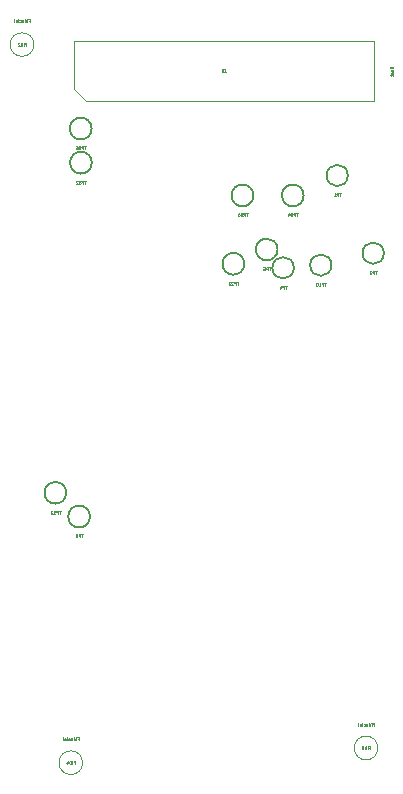
<source format=gbr>
G04 #@! TF.GenerationSoftware,KiCad,Pcbnew,(5.1.10)-1*
G04 #@! TF.CreationDate,2022-01-20T11:02:22+05:30*
G04 #@! TF.ProjectId,P-1000072_Cicada Wi-Fi,502d3130-3030-4303-9732-5f4369636164,0.1*
G04 #@! TF.SameCoordinates,PX7cee6c0PY3dfd240*
G04 #@! TF.FileFunction,Other,Fab,Bot*
%FSLAX46Y46*%
G04 Gerber Fmt 4.6, Leading zero omitted, Abs format (unit mm)*
G04 Created by KiCad (PCBNEW (5.1.10)-1) date 2022-01-20 11:02:22*
%MOMM*%
%LPD*%
G01*
G04 APERTURE LIST*
%ADD10C,0.150000*%
%ADD11C,0.100000*%
%ADD12C,0.062500*%
G04 APERTURE END LIST*
D10*
X-11339999Y-37750000D02*
G75*
G03*
X-11339999Y-37750000I-923093J0D01*
G01*
X-13354522Y-35740000D02*
G75*
G03*
X-13354522Y-35740000I-915478J0D01*
G01*
X13544710Y-15450000D02*
G75*
G03*
X13544710Y-15450000I-904710J0D01*
G01*
X9100193Y-16460000D02*
G75*
G03*
X9100193Y-16460000I-905097J0D01*
G01*
X5920494Y-16690000D02*
G75*
G03*
X5920494Y-16690000I-910494J0D01*
G01*
X4536079Y-15130000D02*
G75*
G03*
X4536079Y-15130000I-916079J0D01*
G01*
X1720054Y-16350000D02*
G75*
G03*
X1720054Y-16350000I-920054J0D01*
G01*
X10494434Y-8870000D02*
G75*
G03*
X10494434Y-8870000I-904434J0D01*
G01*
X6752009Y-10560000D02*
G75*
G03*
X6752009Y-10560000I-922009J0D01*
G01*
X2486788Y-10560000D02*
G75*
G03*
X2486788Y-10560000I-916788J0D01*
G01*
X-11189946Y-7790000D02*
G75*
G03*
X-11189946Y-7790000I-920054J0D01*
G01*
X-11208859Y-4900000D02*
G75*
G03*
X-11208859Y-4900000I-921141J0D01*
G01*
D11*
X-12674600Y2514600D02*
X-12674600Y-1565400D01*
X-12674600Y-1565400D02*
X-11674600Y-2565400D01*
X-11674600Y-2565400D02*
X12725400Y-2565400D01*
X12725400Y-2565400D02*
X12725400Y2514600D01*
X12725400Y2514600D02*
X-12674600Y2514600D01*
X13031980Y-57343040D02*
G75*
G03*
X13031980Y-57343040I-1000000J0D01*
G01*
X-11964160Y-58587640D02*
G75*
G03*
X-11964160Y-58587640I-1000000J0D01*
G01*
X-16096740Y2212340D02*
G75*
G03*
X-16096740Y2212340I-1000000J0D01*
G01*
D12*
X8638723Y-17967215D02*
X8495866Y-17967215D01*
X8567295Y-18217215D02*
X8567295Y-17967215D01*
X8412533Y-18217215D02*
X8412533Y-17967215D01*
X8317295Y-17967215D01*
X8293485Y-17979120D01*
X8281580Y-17991024D01*
X8269676Y-18014834D01*
X8269676Y-18050548D01*
X8281580Y-18074358D01*
X8293485Y-18086262D01*
X8317295Y-18098167D01*
X8412533Y-18098167D01*
X8031580Y-18217215D02*
X8174438Y-18217215D01*
X8103009Y-18217215D02*
X8103009Y-17967215D01*
X8126819Y-18002929D01*
X8150628Y-18026739D01*
X8174438Y-18038643D01*
X7876819Y-17967215D02*
X7853009Y-17967215D01*
X7829200Y-17979120D01*
X7817295Y-17991024D01*
X7805390Y-18014834D01*
X7793485Y-18062453D01*
X7793485Y-18121977D01*
X7805390Y-18169596D01*
X7817295Y-18193405D01*
X7829200Y-18205310D01*
X7853009Y-18217215D01*
X7876819Y-18217215D01*
X7900628Y-18205310D01*
X7912533Y-18193405D01*
X7924438Y-18169596D01*
X7936342Y-18121977D01*
X7936342Y-18062453D01*
X7924438Y-18014834D01*
X7912533Y-17991024D01*
X7900628Y-17979120D01*
X7876819Y-17967215D01*
D11*
D12*
X14338495Y331743D02*
X14088495Y331743D01*
X14207542Y331743D02*
X14207542Y188886D01*
X14338495Y188886D02*
X14088495Y188886D01*
X14338495Y34124D02*
X14326590Y57934D01*
X14314685Y69839D01*
X14290876Y81743D01*
X14219447Y81743D01*
X14195638Y69839D01*
X14183733Y57934D01*
X14171828Y34124D01*
X14171828Y-1590D01*
X14183733Y-25400D01*
X14195638Y-37304D01*
X14219447Y-49209D01*
X14290876Y-49209D01*
X14314685Y-37304D01*
X14326590Y-25400D01*
X14338495Y-1590D01*
X14338495Y34124D01*
X14326590Y-144447D02*
X14338495Y-168257D01*
X14338495Y-215876D01*
X14326590Y-239685D01*
X14302780Y-251590D01*
X14290876Y-251590D01*
X14267066Y-239685D01*
X14255161Y-215876D01*
X14255161Y-180161D01*
X14243257Y-156352D01*
X14219447Y-144447D01*
X14207542Y-144447D01*
X14183733Y-156352D01*
X14171828Y-180161D01*
X14171828Y-215876D01*
X14183733Y-239685D01*
X14171828Y-323019D02*
X14171828Y-418257D01*
X14088495Y-358733D02*
X14302780Y-358733D01*
X14326590Y-370638D01*
X14338495Y-394447D01*
X14338495Y-418257D01*
D11*
D12*
X108733Y111505D02*
X108733Y-67066D01*
X120638Y-102780D01*
X144447Y-126590D01*
X180161Y-138495D01*
X203971Y-138495D01*
X13495Y111505D02*
X-141267Y111505D01*
X-57934Y16267D01*
X-93648Y16267D01*
X-117458Y4362D01*
X-129362Y-7542D01*
X-141267Y-31352D01*
X-141267Y-90876D01*
X-129362Y-114685D01*
X-117458Y-126590D01*
X-93648Y-138495D01*
X-22220Y-138495D01*
X1590Y-126590D01*
X13495Y-114685D01*
D11*
D12*
X5324356Y-18200895D02*
X5181499Y-18200895D01*
X5252927Y-18450895D02*
X5252927Y-18200895D01*
X5098165Y-18450895D02*
X5098165Y-18200895D01*
X5002927Y-18200895D01*
X4979118Y-18212800D01*
X4967213Y-18224704D01*
X4955308Y-18248514D01*
X4955308Y-18284228D01*
X4967213Y-18308038D01*
X4979118Y-18319942D01*
X5002927Y-18331847D01*
X5098165Y-18331847D01*
X4741022Y-18284228D02*
X4741022Y-18450895D01*
X4800546Y-18188990D02*
X4860070Y-18367561D01*
X4705308Y-18367561D01*
D11*
D12*
X3937516Y-16651495D02*
X3794659Y-16651495D01*
X3866087Y-16901495D02*
X3866087Y-16651495D01*
X3711325Y-16901495D02*
X3711325Y-16651495D01*
X3616087Y-16651495D01*
X3592278Y-16663400D01*
X3580373Y-16675304D01*
X3568468Y-16699114D01*
X3568468Y-16734828D01*
X3580373Y-16758638D01*
X3592278Y-16770542D01*
X3616087Y-16782447D01*
X3711325Y-16782447D01*
X3342278Y-16651495D02*
X3461325Y-16651495D01*
X3473230Y-16770542D01*
X3461325Y-16758638D01*
X3437516Y-16746733D01*
X3377992Y-16746733D01*
X3354182Y-16758638D01*
X3342278Y-16770542D01*
X3330373Y-16794352D01*
X3330373Y-16853876D01*
X3342278Y-16877685D01*
X3354182Y-16889590D01*
X3377992Y-16901495D01*
X3437516Y-16901495D01*
X3461325Y-16889590D01*
X3473230Y-16877685D01*
D11*
D12*
X-11940024Y-39267655D02*
X-12082881Y-39267655D01*
X-12011453Y-39517655D02*
X-12011453Y-39267655D01*
X-12166215Y-39517655D02*
X-12166215Y-39267655D01*
X-12261453Y-39267655D01*
X-12285262Y-39279560D01*
X-12297167Y-39291464D01*
X-12309072Y-39315274D01*
X-12309072Y-39350988D01*
X-12297167Y-39374798D01*
X-12285262Y-39386702D01*
X-12261453Y-39398607D01*
X-12166215Y-39398607D01*
X-12451929Y-39374798D02*
X-12428120Y-39362893D01*
X-12416215Y-39350988D01*
X-12404310Y-39327179D01*
X-12404310Y-39315274D01*
X-12416215Y-39291464D01*
X-12428120Y-39279560D01*
X-12451929Y-39267655D01*
X-12499548Y-39267655D01*
X-12523358Y-39279560D01*
X-12535262Y-39291464D01*
X-12547167Y-39315274D01*
X-12547167Y-39327179D01*
X-12535262Y-39350988D01*
X-12523358Y-39362893D01*
X-12499548Y-39374798D01*
X-12451929Y-39374798D01*
X-12428120Y-39386702D01*
X-12416215Y-39398607D01*
X-12404310Y-39422417D01*
X-12404310Y-39470036D01*
X-12416215Y-39493845D01*
X-12428120Y-39505750D01*
X-12451929Y-39517655D01*
X-12499548Y-39517655D01*
X-12523358Y-39505750D01*
X-12535262Y-39493845D01*
X-12547167Y-39470036D01*
X-12547167Y-39422417D01*
X-12535262Y-39398607D01*
X-12523358Y-39386702D01*
X-12499548Y-39374798D01*
D11*
D12*
X1232083Y-17860535D02*
X1089226Y-17860535D01*
X1160655Y-18110535D02*
X1160655Y-17860535D01*
X1005893Y-18110535D02*
X1005893Y-17860535D01*
X910655Y-17860535D01*
X886845Y-17872440D01*
X874940Y-17884344D01*
X863036Y-17908154D01*
X863036Y-17943868D01*
X874940Y-17967678D01*
X886845Y-17979582D01*
X910655Y-17991487D01*
X1005893Y-17991487D01*
X767798Y-17884344D02*
X755893Y-17872440D01*
X732083Y-17860535D01*
X672560Y-17860535D01*
X648750Y-17872440D01*
X636845Y-17884344D01*
X624940Y-17908154D01*
X624940Y-17931963D01*
X636845Y-17967678D01*
X779702Y-18110535D01*
X624940Y-18110535D01*
X541607Y-17860535D02*
X386845Y-17860535D01*
X470179Y-17955773D01*
X434464Y-17955773D01*
X410655Y-17967678D01*
X398750Y-17979582D01*
X386845Y-18003392D01*
X386845Y-18062916D01*
X398750Y-18086725D01*
X410655Y-18098630D01*
X434464Y-18110535D01*
X505893Y-18110535D01*
X529702Y-18098630D01*
X541607Y-18086725D01*
D11*
D12*
X-13835197Y-37258515D02*
X-13978054Y-37258515D01*
X-13906625Y-37508515D02*
X-13906625Y-37258515D01*
X-14061387Y-37508515D02*
X-14061387Y-37258515D01*
X-14156625Y-37258515D01*
X-14180435Y-37270420D01*
X-14192340Y-37282324D01*
X-14204244Y-37306134D01*
X-14204244Y-37341848D01*
X-14192340Y-37365658D01*
X-14180435Y-37377562D01*
X-14156625Y-37389467D01*
X-14061387Y-37389467D01*
X-14442340Y-37508515D02*
X-14299482Y-37508515D01*
X-14370911Y-37508515D02*
X-14370911Y-37258515D01*
X-14347101Y-37294229D01*
X-14323292Y-37318039D01*
X-14299482Y-37329943D01*
X-14537578Y-37282324D02*
X-14549482Y-37270420D01*
X-14573292Y-37258515D01*
X-14632816Y-37258515D01*
X-14656625Y-37270420D01*
X-14668530Y-37282324D01*
X-14680435Y-37306134D01*
X-14680435Y-37329943D01*
X-14668530Y-37365658D01*
X-14525673Y-37508515D01*
X-14680435Y-37508515D01*
D11*
D12*
X6254523Y-12083095D02*
X6111666Y-12083095D01*
X6183095Y-12333095D02*
X6183095Y-12083095D01*
X6028333Y-12333095D02*
X6028333Y-12083095D01*
X5933095Y-12083095D01*
X5909285Y-12095000D01*
X5897380Y-12106904D01*
X5885476Y-12130714D01*
X5885476Y-12166428D01*
X5897380Y-12190238D01*
X5909285Y-12202142D01*
X5933095Y-12214047D01*
X6028333Y-12214047D01*
X5802142Y-12083095D02*
X5647380Y-12083095D01*
X5730714Y-12178333D01*
X5695000Y-12178333D01*
X5671190Y-12190238D01*
X5659285Y-12202142D01*
X5647380Y-12225952D01*
X5647380Y-12285476D01*
X5659285Y-12309285D01*
X5671190Y-12321190D01*
X5695000Y-12333095D01*
X5766428Y-12333095D01*
X5790238Y-12321190D01*
X5802142Y-12309285D01*
X5433095Y-12166428D02*
X5433095Y-12333095D01*
X5492619Y-12071190D02*
X5552142Y-12249761D01*
X5397380Y-12249761D01*
D11*
D12*
X2024523Y-12083095D02*
X1881666Y-12083095D01*
X1953095Y-12333095D02*
X1953095Y-12083095D01*
X1798333Y-12333095D02*
X1798333Y-12083095D01*
X1703095Y-12083095D01*
X1679285Y-12095000D01*
X1667380Y-12106904D01*
X1655476Y-12130714D01*
X1655476Y-12166428D01*
X1667380Y-12190238D01*
X1679285Y-12202142D01*
X1703095Y-12214047D01*
X1798333Y-12214047D01*
X1572142Y-12083095D02*
X1417380Y-12083095D01*
X1500714Y-12178333D01*
X1465000Y-12178333D01*
X1441190Y-12190238D01*
X1429285Y-12202142D01*
X1417380Y-12225952D01*
X1417380Y-12285476D01*
X1429285Y-12309285D01*
X1441190Y-12321190D01*
X1465000Y-12333095D01*
X1536428Y-12333095D01*
X1560238Y-12321190D01*
X1572142Y-12309285D01*
X1262619Y-12083095D02*
X1238809Y-12083095D01*
X1215000Y-12095000D01*
X1203095Y-12106904D01*
X1191190Y-12130714D01*
X1179285Y-12178333D01*
X1179285Y-12237857D01*
X1191190Y-12285476D01*
X1203095Y-12309285D01*
X1215000Y-12321190D01*
X1238809Y-12333095D01*
X1262619Y-12333095D01*
X1286428Y-12321190D01*
X1298333Y-12309285D01*
X1310238Y-12285476D01*
X1322142Y-12237857D01*
X1322142Y-12178333D01*
X1310238Y-12130714D01*
X1298333Y-12106904D01*
X1286428Y-12095000D01*
X1262619Y-12083095D01*
D11*
D12*
X-11695477Y-6413095D02*
X-11838334Y-6413095D01*
X-11766905Y-6663095D02*
X-11766905Y-6413095D01*
X-11921667Y-6663095D02*
X-11921667Y-6413095D01*
X-12016905Y-6413095D01*
X-12040715Y-6425000D01*
X-12052620Y-6436904D01*
X-12064524Y-6460714D01*
X-12064524Y-6496428D01*
X-12052620Y-6520238D01*
X-12040715Y-6532142D01*
X-12016905Y-6544047D01*
X-11921667Y-6544047D01*
X-12147858Y-6413095D02*
X-12302620Y-6413095D01*
X-12219286Y-6508333D01*
X-12255000Y-6508333D01*
X-12278810Y-6520238D01*
X-12290715Y-6532142D01*
X-12302620Y-6555952D01*
X-12302620Y-6615476D01*
X-12290715Y-6639285D01*
X-12278810Y-6651190D01*
X-12255000Y-6663095D01*
X-12183572Y-6663095D01*
X-12159762Y-6651190D01*
X-12147858Y-6639285D01*
X-12528810Y-6413095D02*
X-12409762Y-6413095D01*
X-12397858Y-6532142D01*
X-12409762Y-6520238D01*
X-12433572Y-6508333D01*
X-12493096Y-6508333D01*
X-12516905Y-6520238D01*
X-12528810Y-6532142D01*
X-12540715Y-6555952D01*
X-12540715Y-6615476D01*
X-12528810Y-6639285D01*
X-12516905Y-6651190D01*
X-12493096Y-6663095D01*
X-12433572Y-6663095D01*
X-12409762Y-6651190D01*
X-12397858Y-6639285D01*
D11*
D12*
X-11675477Y-9303095D02*
X-11818334Y-9303095D01*
X-11746905Y-9553095D02*
X-11746905Y-9303095D01*
X-11901667Y-9553095D02*
X-11901667Y-9303095D01*
X-11996905Y-9303095D01*
X-12020715Y-9315000D01*
X-12032620Y-9326904D01*
X-12044524Y-9350714D01*
X-12044524Y-9386428D01*
X-12032620Y-9410238D01*
X-12020715Y-9422142D01*
X-11996905Y-9434047D01*
X-11901667Y-9434047D01*
X-12127858Y-9303095D02*
X-12282620Y-9303095D01*
X-12199286Y-9398333D01*
X-12235000Y-9398333D01*
X-12258810Y-9410238D01*
X-12270715Y-9422142D01*
X-12282620Y-9445952D01*
X-12282620Y-9505476D01*
X-12270715Y-9529285D01*
X-12258810Y-9541190D01*
X-12235000Y-9553095D01*
X-12163572Y-9553095D01*
X-12139762Y-9541190D01*
X-12127858Y-9529285D01*
X-12377858Y-9326904D02*
X-12389762Y-9315000D01*
X-12413572Y-9303095D01*
X-12473096Y-9303095D01*
X-12496905Y-9315000D01*
X-12508810Y-9326904D01*
X-12520715Y-9350714D01*
X-12520715Y-9374523D01*
X-12508810Y-9410238D01*
X-12365953Y-9553095D01*
X-12520715Y-9553095D01*
D11*
D12*
X12945476Y-16973095D02*
X12802619Y-16973095D01*
X12874047Y-17223095D02*
X12874047Y-16973095D01*
X12719285Y-17223095D02*
X12719285Y-16973095D01*
X12624047Y-16973095D01*
X12600238Y-16985000D01*
X12588333Y-16996904D01*
X12576428Y-17020714D01*
X12576428Y-17056428D01*
X12588333Y-17080238D01*
X12600238Y-17092142D01*
X12624047Y-17104047D01*
X12719285Y-17104047D01*
X12481190Y-16996904D02*
X12469285Y-16985000D01*
X12445476Y-16973095D01*
X12385952Y-16973095D01*
X12362142Y-16985000D01*
X12350238Y-16996904D01*
X12338333Y-17020714D01*
X12338333Y-17044523D01*
X12350238Y-17080238D01*
X12493095Y-17223095D01*
X12338333Y-17223095D01*
D11*
D12*
X9915476Y-10383095D02*
X9772619Y-10383095D01*
X9844047Y-10633095D02*
X9844047Y-10383095D01*
X9689285Y-10633095D02*
X9689285Y-10383095D01*
X9594047Y-10383095D01*
X9570238Y-10395000D01*
X9558333Y-10406904D01*
X9546428Y-10430714D01*
X9546428Y-10466428D01*
X9558333Y-10490238D01*
X9570238Y-10502142D01*
X9594047Y-10514047D01*
X9689285Y-10514047D01*
X9308333Y-10633095D02*
X9451190Y-10633095D01*
X9379761Y-10633095D02*
X9379761Y-10383095D01*
X9403571Y-10418809D01*
X9427380Y-10442619D01*
X9451190Y-10454523D01*
D11*
D12*
X12627218Y-55325182D02*
X12710551Y-55325182D01*
X12710551Y-55456135D02*
X12710551Y-55206135D01*
X12591503Y-55206135D01*
X12496265Y-55456135D02*
X12496265Y-55289468D01*
X12496265Y-55206135D02*
X12508170Y-55218040D01*
X12496265Y-55229944D01*
X12484360Y-55218040D01*
X12496265Y-55206135D01*
X12496265Y-55229944D01*
X12270075Y-55456135D02*
X12270075Y-55206135D01*
X12270075Y-55444230D02*
X12293884Y-55456135D01*
X12341503Y-55456135D01*
X12365313Y-55444230D01*
X12377218Y-55432325D01*
X12389122Y-55408516D01*
X12389122Y-55337087D01*
X12377218Y-55313278D01*
X12365313Y-55301373D01*
X12341503Y-55289468D01*
X12293884Y-55289468D01*
X12270075Y-55301373D01*
X12043884Y-55289468D02*
X12043884Y-55456135D01*
X12151027Y-55289468D02*
X12151027Y-55420420D01*
X12139122Y-55444230D01*
X12115313Y-55456135D01*
X12079599Y-55456135D01*
X12055789Y-55444230D01*
X12043884Y-55432325D01*
X11817694Y-55444230D02*
X11841503Y-55456135D01*
X11889122Y-55456135D01*
X11912932Y-55444230D01*
X11924837Y-55432325D01*
X11936741Y-55408516D01*
X11936741Y-55337087D01*
X11924837Y-55313278D01*
X11912932Y-55301373D01*
X11889122Y-55289468D01*
X11841503Y-55289468D01*
X11817694Y-55301373D01*
X11710551Y-55456135D02*
X11710551Y-55289468D01*
X11710551Y-55206135D02*
X11722456Y-55218040D01*
X11710551Y-55229944D01*
X11698646Y-55218040D01*
X11710551Y-55206135D01*
X11710551Y-55229944D01*
X11484360Y-55456135D02*
X11484360Y-55325182D01*
X11496265Y-55301373D01*
X11520075Y-55289468D01*
X11567694Y-55289468D01*
X11591503Y-55301373D01*
X11484360Y-55444230D02*
X11508170Y-55456135D01*
X11567694Y-55456135D01*
X11591503Y-55444230D01*
X11603408Y-55420420D01*
X11603408Y-55396611D01*
X11591503Y-55372801D01*
X11567694Y-55360897D01*
X11508170Y-55360897D01*
X11484360Y-55348992D01*
X11329599Y-55456135D02*
X11353408Y-55444230D01*
X11365313Y-55420420D01*
X11365313Y-55206135D01*
D11*
D12*
X12299837Y-57325182D02*
X12383170Y-57325182D01*
X12383170Y-57456135D02*
X12383170Y-57206135D01*
X12264122Y-57206135D01*
X12168884Y-57456135D02*
X12168884Y-57206135D01*
X12049837Y-57456135D02*
X12049837Y-57206135D01*
X11990313Y-57206135D01*
X11954599Y-57218040D01*
X11930789Y-57241849D01*
X11918884Y-57265659D01*
X11906980Y-57313278D01*
X11906980Y-57348992D01*
X11918884Y-57396611D01*
X11930789Y-57420420D01*
X11954599Y-57444230D01*
X11990313Y-57456135D01*
X12049837Y-57456135D01*
X11692694Y-57206135D02*
X11740313Y-57206135D01*
X11764122Y-57218040D01*
X11776027Y-57229944D01*
X11799837Y-57265659D01*
X11811741Y-57313278D01*
X11811741Y-57408516D01*
X11799837Y-57432325D01*
X11787932Y-57444230D01*
X11764122Y-57456135D01*
X11716503Y-57456135D01*
X11692694Y-57444230D01*
X11680789Y-57432325D01*
X11668884Y-57408516D01*
X11668884Y-57348992D01*
X11680789Y-57325182D01*
X11692694Y-57313278D01*
X11716503Y-57301373D01*
X11764122Y-57301373D01*
X11787932Y-57313278D01*
X11799837Y-57325182D01*
X11811741Y-57348992D01*
D11*
D12*
X-12368922Y-56569782D02*
X-12285589Y-56569782D01*
X-12285589Y-56700735D02*
X-12285589Y-56450735D01*
X-12404637Y-56450735D01*
X-12499875Y-56700735D02*
X-12499875Y-56534068D01*
X-12499875Y-56450735D02*
X-12487970Y-56462640D01*
X-12499875Y-56474544D01*
X-12511780Y-56462640D01*
X-12499875Y-56450735D01*
X-12499875Y-56474544D01*
X-12726065Y-56700735D02*
X-12726065Y-56450735D01*
X-12726065Y-56688830D02*
X-12702256Y-56700735D01*
X-12654637Y-56700735D01*
X-12630827Y-56688830D01*
X-12618922Y-56676925D01*
X-12607018Y-56653116D01*
X-12607018Y-56581687D01*
X-12618922Y-56557878D01*
X-12630827Y-56545973D01*
X-12654637Y-56534068D01*
X-12702256Y-56534068D01*
X-12726065Y-56545973D01*
X-12952256Y-56534068D02*
X-12952256Y-56700735D01*
X-12845113Y-56534068D02*
X-12845113Y-56665020D01*
X-12857018Y-56688830D01*
X-12880827Y-56700735D01*
X-12916541Y-56700735D01*
X-12940351Y-56688830D01*
X-12952256Y-56676925D01*
X-13178446Y-56688830D02*
X-13154637Y-56700735D01*
X-13107018Y-56700735D01*
X-13083208Y-56688830D01*
X-13071303Y-56676925D01*
X-13059399Y-56653116D01*
X-13059399Y-56581687D01*
X-13071303Y-56557878D01*
X-13083208Y-56545973D01*
X-13107018Y-56534068D01*
X-13154637Y-56534068D01*
X-13178446Y-56545973D01*
X-13285589Y-56700735D02*
X-13285589Y-56534068D01*
X-13285589Y-56450735D02*
X-13273684Y-56462640D01*
X-13285589Y-56474544D01*
X-13297494Y-56462640D01*
X-13285589Y-56450735D01*
X-13285589Y-56474544D01*
X-13511780Y-56700735D02*
X-13511780Y-56569782D01*
X-13499875Y-56545973D01*
X-13476065Y-56534068D01*
X-13428446Y-56534068D01*
X-13404637Y-56545973D01*
X-13511780Y-56688830D02*
X-13487970Y-56700735D01*
X-13428446Y-56700735D01*
X-13404637Y-56688830D01*
X-13392732Y-56665020D01*
X-13392732Y-56641211D01*
X-13404637Y-56617401D01*
X-13428446Y-56605497D01*
X-13487970Y-56605497D01*
X-13511780Y-56593592D01*
X-13666541Y-56700735D02*
X-13642732Y-56688830D01*
X-13630827Y-56665020D01*
X-13630827Y-56450735D01*
D11*
D12*
X-12696303Y-58569782D02*
X-12612970Y-58569782D01*
X-12612970Y-58700735D02*
X-12612970Y-58450735D01*
X-12732018Y-58450735D01*
X-12827256Y-58700735D02*
X-12827256Y-58450735D01*
X-12946303Y-58700735D02*
X-12946303Y-58450735D01*
X-13005827Y-58450735D01*
X-13041541Y-58462640D01*
X-13065351Y-58486449D01*
X-13077256Y-58510259D01*
X-13089160Y-58557878D01*
X-13089160Y-58593592D01*
X-13077256Y-58641211D01*
X-13065351Y-58665020D01*
X-13041541Y-58688830D01*
X-13005827Y-58700735D01*
X-12946303Y-58700735D01*
X-13303446Y-58534068D02*
X-13303446Y-58700735D01*
X-13243922Y-58438830D02*
X-13184399Y-58617401D01*
X-13339160Y-58617401D01*
D11*
D12*
X-16501502Y4230198D02*
X-16418169Y4230198D01*
X-16418169Y4099245D02*
X-16418169Y4349245D01*
X-16537217Y4349245D01*
X-16632455Y4099245D02*
X-16632455Y4265912D01*
X-16632455Y4349245D02*
X-16620550Y4337340D01*
X-16632455Y4325436D01*
X-16644360Y4337340D01*
X-16632455Y4349245D01*
X-16632455Y4325436D01*
X-16858645Y4099245D02*
X-16858645Y4349245D01*
X-16858645Y4111150D02*
X-16834836Y4099245D01*
X-16787217Y4099245D01*
X-16763407Y4111150D01*
X-16751502Y4123055D01*
X-16739598Y4146864D01*
X-16739598Y4218293D01*
X-16751502Y4242102D01*
X-16763407Y4254007D01*
X-16787217Y4265912D01*
X-16834836Y4265912D01*
X-16858645Y4254007D01*
X-17084836Y4265912D02*
X-17084836Y4099245D01*
X-16977693Y4265912D02*
X-16977693Y4134960D01*
X-16989598Y4111150D01*
X-17013407Y4099245D01*
X-17049121Y4099245D01*
X-17072931Y4111150D01*
X-17084836Y4123055D01*
X-17311026Y4111150D02*
X-17287217Y4099245D01*
X-17239598Y4099245D01*
X-17215788Y4111150D01*
X-17203883Y4123055D01*
X-17191979Y4146864D01*
X-17191979Y4218293D01*
X-17203883Y4242102D01*
X-17215788Y4254007D01*
X-17239598Y4265912D01*
X-17287217Y4265912D01*
X-17311026Y4254007D01*
X-17418169Y4099245D02*
X-17418169Y4265912D01*
X-17418169Y4349245D02*
X-17406264Y4337340D01*
X-17418169Y4325436D01*
X-17430074Y4337340D01*
X-17418169Y4349245D01*
X-17418169Y4325436D01*
X-17644360Y4099245D02*
X-17644360Y4230198D01*
X-17632455Y4254007D01*
X-17608645Y4265912D01*
X-17561026Y4265912D01*
X-17537217Y4254007D01*
X-17644360Y4111150D02*
X-17620550Y4099245D01*
X-17561026Y4099245D01*
X-17537217Y4111150D01*
X-17525312Y4134960D01*
X-17525312Y4158769D01*
X-17537217Y4182579D01*
X-17561026Y4194483D01*
X-17620550Y4194483D01*
X-17644360Y4206388D01*
X-17799121Y4099245D02*
X-17775312Y4111150D01*
X-17763407Y4134960D01*
X-17763407Y4349245D01*
D11*
D12*
X-16828883Y2230198D02*
X-16745550Y2230198D01*
X-16745550Y2099245D02*
X-16745550Y2349245D01*
X-16864598Y2349245D01*
X-16959836Y2099245D02*
X-16959836Y2349245D01*
X-17078883Y2099245D02*
X-17078883Y2349245D01*
X-17138407Y2349245D01*
X-17174121Y2337340D01*
X-17197931Y2313531D01*
X-17209836Y2289721D01*
X-17221740Y2242102D01*
X-17221740Y2206388D01*
X-17209836Y2158769D01*
X-17197931Y2134960D01*
X-17174121Y2111150D01*
X-17138407Y2099245D01*
X-17078883Y2099245D01*
X-17316979Y2325436D02*
X-17328883Y2337340D01*
X-17352693Y2349245D01*
X-17412217Y2349245D01*
X-17436026Y2337340D01*
X-17447931Y2325436D01*
X-17459836Y2301626D01*
X-17459836Y2277817D01*
X-17447931Y2242102D01*
X-17305074Y2099245D01*
X-17459836Y2099245D01*
D11*
M02*

</source>
